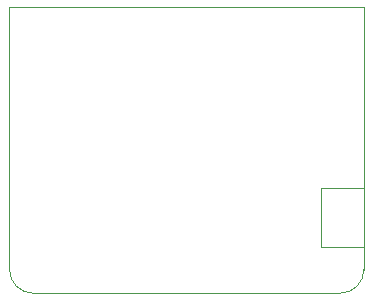
<source format=gbr>
%TF.GenerationSoftware,Altium Limited,Altium Designer,23.3.1 (30)*%
G04 Layer_Color=16711935*
%FSLAX45Y45*%
%MOMM*%
%TF.SameCoordinates,B56B3050-E4CE-4FE9-8081-1B6FDF6B35C2*%
%TF.FilePolarity,Positive*%
%TF.FileFunction,Keep-out,Top*%
%TF.Part,Single*%
G01*
G75*
%TA.AperFunction,NonConductor*%
%ADD99C,0.10000*%
D99*
Y300000D02*
G03*
X200000Y100000I200000J0D01*
G01*
X2800000D02*
G03*
X3000000Y300000I0J200000D01*
G01*
X2640000Y990001D02*
X3001747D01*
X2640000Y490002D02*
Y990001D01*
Y490002D02*
X3001747D01*
X2999999Y299999D02*
Y650001D01*
Y2520000D01*
X200000Y100000D02*
X2799999D01*
X0Y299999D02*
Y2520000D01*
X2999999D01*
%TF.MD5,8957d5d93fd3583f0100fe03968b9717*%
M02*

</source>
